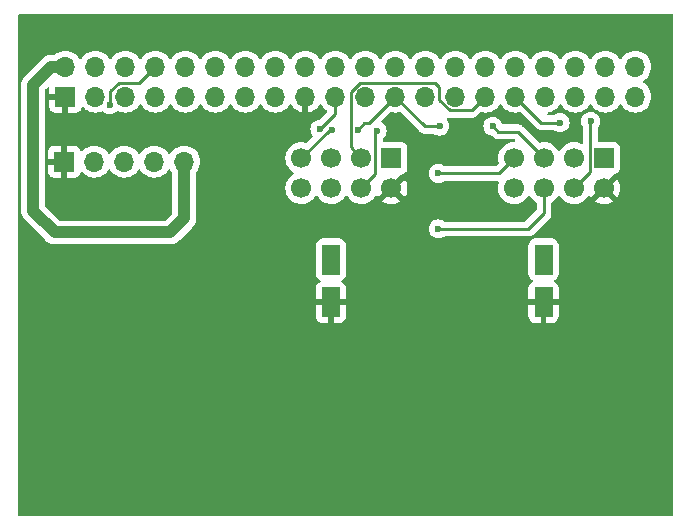
<source format=gbr>
%TF.GenerationSoftware,KiCad,Pcbnew,8.0.2-1*%
%TF.CreationDate,2024-05-21T18:09:58-07:00*%
%TF.ProjectId,pcb,7063622e-6b69-4636-9164-5f7063625858,rev?*%
%TF.SameCoordinates,Original*%
%TF.FileFunction,Copper,L1,Top*%
%TF.FilePolarity,Positive*%
%FSLAX46Y46*%
G04 Gerber Fmt 4.6, Leading zero omitted, Abs format (unit mm)*
G04 Created by KiCad (PCBNEW 8.0.2-1) date 2024-05-21 18:09:58*
%MOMM*%
%LPD*%
G01*
G04 APERTURE LIST*
G04 Aperture macros list*
%AMRoundRect*
0 Rectangle with rounded corners*
0 $1 Rounding radius*
0 $2 $3 $4 $5 $6 $7 $8 $9 X,Y pos of 4 corners*
0 Add a 4 corners polygon primitive as box body*
4,1,4,$2,$3,$4,$5,$6,$7,$8,$9,$2,$3,0*
0 Add four circle primitives for the rounded corners*
1,1,$1+$1,$2,$3*
1,1,$1+$1,$4,$5*
1,1,$1+$1,$6,$7*
1,1,$1+$1,$8,$9*
0 Add four rect primitives between the rounded corners*
20,1,$1+$1,$2,$3,$4,$5,0*
20,1,$1+$1,$4,$5,$6,$7,0*
20,1,$1+$1,$6,$7,$8,$9,0*
20,1,$1+$1,$8,$9,$2,$3,0*%
G04 Aperture macros list end*
%TA.AperFunction,ComponentPad*%
%ADD10R,1.700000X1.700000*%
%TD*%
%TA.AperFunction,ComponentPad*%
%ADD11C,1.700000*%
%TD*%
%TA.AperFunction,ComponentPad*%
%ADD12O,1.700000X1.700000*%
%TD*%
%TA.AperFunction,SMDPad,CuDef*%
%ADD13RoundRect,0.250000X0.550000X-1.050000X0.550000X1.050000X-0.550000X1.050000X-0.550000X-1.050000X0*%
%TD*%
%TA.AperFunction,ViaPad*%
%ADD14C,0.600000*%
%TD*%
%TA.AperFunction,Conductor*%
%ADD15C,0.250000*%
%TD*%
%TA.AperFunction,Conductor*%
%ADD16C,1.000000*%
%TD*%
G04 APERTURE END LIST*
D10*
%TO.P,U2,1,GND*%
%TO.N,GND*%
X139625000Y-68210500D03*
D11*
%TO.P,U2,2,VCC*%
%TO.N,+3V3*%
X139625000Y-70750500D03*
%TO.P,U2,3,CE*%
%TO.N,Net-(J1-GCLK2{slash}GPIO6)*%
X137085000Y-68210500D03*
%TO.P,U2,4,~{CSN}*%
%TO.N,Net-(J1-~{CE1}{slash}GPIO7)*%
X137085000Y-70750500D03*
%TO.P,U2,5,SCK*%
%TO.N,Net-(J1-SCLK0{slash}GPIO11)*%
X134545000Y-68210500D03*
%TO.P,U2,6,MOSI*%
%TO.N,Net-(J1-MOSI0{slash}GPIO10)*%
X134545000Y-70750500D03*
%TO.P,U2,7,MISO*%
%TO.N,Net-(J1-MISO0{slash}GPIO9)*%
X132005000Y-68210500D03*
%TO.P,U2,8,IRQ*%
%TO.N,unconnected-(U2-IRQ-Pad8)*%
X132005000Y-70750500D03*
%TD*%
D10*
%TO.P,J2,1,3V3*%
%TO.N,+3V3*%
X93920000Y-68500000D03*
D12*
%TO.P,J2,2,TX*%
%TO.N,Net-(J1-GPIO14{slash}TXD)*%
X96460000Y-68500000D03*
%TO.P,J2,3,RX*%
%TO.N,Net-(J1-GPIO15{slash}RXD)*%
X99000000Y-68500000D03*
%TO.P,J2,4,GND*%
%TO.N,GND*%
X101540000Y-68500000D03*
%TO.P,J2,5,5V*%
%TO.N,+5V*%
X104080000Y-68500000D03*
%TD*%
D10*
%TO.P,U1,1,GND*%
%TO.N,GND*%
X121625000Y-68210500D03*
D11*
%TO.P,U1,2,VCC*%
%TO.N,+3V3*%
X121625000Y-70750500D03*
%TO.P,U1,3,CE*%
%TO.N,Net-(J1-GCLK1{slash}GPIO5)*%
X119085000Y-68210500D03*
%TO.P,U1,4,~{CSN}*%
%TO.N,Net-(J1-~{CE0}{slash}GPIO8)*%
X119085000Y-70750500D03*
%TO.P,U1,5,SCK*%
%TO.N,Net-(J1-SCLK0{slash}GPIO11)*%
X116545000Y-68210500D03*
%TO.P,U1,6,MOSI*%
%TO.N,Net-(J1-MOSI0{slash}GPIO10)*%
X116545000Y-70750500D03*
%TO.P,U1,7,MISO*%
%TO.N,Net-(J1-MISO0{slash}GPIO9)*%
X114005000Y-68210500D03*
%TO.P,U1,8,IRQ*%
%TO.N,unconnected-(U1-IRQ-Pad8)*%
X114005000Y-70750500D03*
%TD*%
D13*
%TO.P,C2,1*%
%TO.N,+3V3*%
X134500000Y-80400000D03*
%TO.P,C2,2*%
%TO.N,GND*%
X134500000Y-76800000D03*
%TD*%
%TO.P,C1,1*%
%TO.N,+3V3*%
X116500000Y-80400000D03*
%TO.P,C1,2*%
%TO.N,GND*%
X116500000Y-76800000D03*
%TD*%
D10*
%TO.P,J1,1,3V3*%
%TO.N,+3V3*%
X94020000Y-63000000D03*
D12*
%TO.P,J1,2,5V*%
%TO.N,+5V*%
X94020000Y-60460000D03*
%TO.P,J1,3,SDA/GPIO2*%
%TO.N,unconnected-(J1-SDA{slash}GPIO2-Pad3)*%
X96560000Y-63000000D03*
%TO.P,J1,4,5V*%
%TO.N,+5V*%
X96560000Y-60460000D03*
%TO.P,J1,5,SCL/GPIO3*%
%TO.N,unconnected-(J1-SCL{slash}GPIO3-Pad5)*%
X99100000Y-63000000D03*
%TO.P,J1,6,GND*%
%TO.N,GND*%
X99100000Y-60460000D03*
%TO.P,J1,7,GCLK0/GPIO4*%
%TO.N,unconnected-(J1-GCLK0{slash}GPIO4-Pad7)*%
X101640000Y-63000000D03*
%TO.P,J1,8,GPIO14/TXD*%
%TO.N,Net-(J1-GPIO14{slash}TXD)*%
X101640000Y-60460000D03*
%TO.P,J1,9,GND*%
%TO.N,GND*%
X104180000Y-63000000D03*
%TO.P,J1,10,GPIO15/RXD*%
%TO.N,Net-(J1-GPIO15{slash}RXD)*%
X104180000Y-60460000D03*
%TO.P,J1,11,GPIO17*%
%TO.N,unconnected-(J1-GPIO17-Pad11)*%
X106720000Y-63000000D03*
%TO.P,J1,12,GPIO18/PWM0*%
%TO.N,unconnected-(J1-GPIO18{slash}PWM0-Pad12)*%
X106720000Y-60460000D03*
%TO.P,J1,13,GPIO27*%
%TO.N,unconnected-(J1-GPIO27-Pad13)*%
X109260000Y-63000000D03*
%TO.P,J1,14,GND*%
%TO.N,GND*%
X109260000Y-60460000D03*
%TO.P,J1,15,GPIO22*%
%TO.N,unconnected-(J1-GPIO22-Pad15)*%
X111800000Y-63000000D03*
%TO.P,J1,16,GPIO23*%
%TO.N,unconnected-(J1-GPIO23-Pad16)*%
X111800000Y-60460000D03*
%TO.P,J1,17,3V3*%
%TO.N,+3V3*%
X114340000Y-63000000D03*
%TO.P,J1,18,GPIO24*%
%TO.N,unconnected-(J1-GPIO24-Pad18)*%
X114340000Y-60460000D03*
%TO.P,J1,19,MOSI0/GPIO10*%
%TO.N,Net-(J1-MOSI0{slash}GPIO10)*%
X116880000Y-63000000D03*
%TO.P,J1,20,GND*%
%TO.N,GND*%
X116880000Y-60460000D03*
%TO.P,J1,21,MISO0/GPIO9*%
%TO.N,Net-(J1-MISO0{slash}GPIO9)*%
X119420000Y-63000000D03*
%TO.P,J1,22,GPIO25*%
%TO.N,unconnected-(J1-GPIO25-Pad22)*%
X119420000Y-60460000D03*
%TO.P,J1,23,SCLK0/GPIO11*%
%TO.N,Net-(J1-SCLK0{slash}GPIO11)*%
X121960000Y-63000000D03*
%TO.P,J1,24,~{CE0}/GPIO8*%
%TO.N,Net-(J1-~{CE0}{slash}GPIO8)*%
X121960000Y-60460000D03*
%TO.P,J1,25,GND*%
%TO.N,GND*%
X124500000Y-63000000D03*
%TO.P,J1,26,~{CE1}/GPIO7*%
%TO.N,Net-(J1-~{CE1}{slash}GPIO7)*%
X124500000Y-60460000D03*
%TO.P,J1,27,ID_SD/GPIO0*%
%TO.N,unconnected-(J1-ID_SD{slash}GPIO0-Pad27)*%
X127040000Y-63000000D03*
%TO.P,J1,28,ID_SC/GPIO1*%
%TO.N,unconnected-(J1-ID_SC{slash}GPIO1-Pad28)*%
X127040000Y-60460000D03*
%TO.P,J1,29,GCLK1/GPIO5*%
%TO.N,Net-(J1-GCLK1{slash}GPIO5)*%
X129580000Y-63000000D03*
%TO.P,J1,30,GND*%
%TO.N,GND*%
X129580000Y-60460000D03*
%TO.P,J1,31,GCLK2/GPIO6*%
%TO.N,Net-(J1-GCLK2{slash}GPIO6)*%
X132120000Y-63000000D03*
%TO.P,J1,32,PWM0/GPIO12*%
%TO.N,unconnected-(J1-PWM0{slash}GPIO12-Pad32)*%
X132120000Y-60460000D03*
%TO.P,J1,33,PWM1/GPIO13*%
%TO.N,unconnected-(J1-PWM1{slash}GPIO13-Pad33)*%
X134660000Y-63000000D03*
%TO.P,J1,34,GND*%
%TO.N,GND*%
X134660000Y-60460000D03*
%TO.P,J1,35,GPIO19/MISO1*%
%TO.N,unconnected-(J1-GPIO19{slash}MISO1-Pad35)*%
X137200000Y-63000000D03*
%TO.P,J1,36,GPIO16*%
%TO.N,unconnected-(J1-GPIO16-Pad36)*%
X137200000Y-60460000D03*
%TO.P,J1,37,GPIO26*%
%TO.N,unconnected-(J1-GPIO26-Pad37)*%
X139740000Y-63000000D03*
%TO.P,J1,38,GPIO20/MOSI1*%
%TO.N,unconnected-(J1-GPIO20{slash}MOSI1-Pad38)*%
X139740000Y-60460000D03*
%TO.P,J1,39,GND*%
%TO.N,GND*%
X142280000Y-63000000D03*
%TO.P,J1,40,GPIO21/SCLK1*%
%TO.N,unconnected-(J1-GPIO21{slash}SCLK1-Pad40)*%
X142280000Y-60460000D03*
%TD*%
D14*
%TO.N,GND*%
X134600000Y-76800000D03*
X116600000Y-76800000D03*
%TO.N,Net-(J1-GPIO14{slash}TXD)*%
X97800000Y-63700000D03*
%TO.N,Net-(J1-GCLK2{slash}GPIO6)*%
X135900000Y-65200000D03*
%TO.N,Net-(J1-~{CE1}{slash}GPIO7)*%
X138500000Y-65100000D03*
%TO.N,Net-(J1-~{CE0}{slash}GPIO8)*%
X120400000Y-65900000D03*
%TO.N,Net-(J1-MOSI0{slash}GPIO10)*%
X115565808Y-65765808D03*
X125600000Y-74200000D03*
%TO.N,Net-(J1-SCLK0{slash}GPIO11)*%
X118800000Y-65800000D03*
X125700000Y-65500000D03*
X130205000Y-65500000D03*
%TO.N,Net-(J1-MISO0{slash}GPIO9)*%
X116600000Y-65800000D03*
X125600000Y-69500000D03*
%TD*%
D15*
%TO.N,Net-(J1-GPIO14{slash}TXD)*%
X97800000Y-63700000D02*
X97811101Y-63588899D01*
X101640000Y-60460000D02*
X100275000Y-61825000D01*
X97811101Y-62561077D02*
X97800000Y-63700000D01*
X100275000Y-61825000D02*
X98547178Y-61825000D01*
X98547178Y-61825000D02*
X97811101Y-62561077D01*
%TO.N,Net-(J1-GCLK2{slash}GPIO6)*%
X134320000Y-65200000D02*
X132120000Y-63000000D01*
X135900000Y-65200000D02*
X134320000Y-65200000D01*
D16*
%TO.N,+5V*%
X91300000Y-72700000D02*
X93100000Y-74500000D01*
X102900000Y-74500000D02*
X104080000Y-73320000D01*
X91300000Y-61977919D02*
X91300000Y-72700000D01*
X104080000Y-73320000D02*
X104080000Y-68500000D01*
X94020000Y-60460000D02*
X92817919Y-60460000D01*
X93100000Y-74500000D02*
X102900000Y-74500000D01*
X92817919Y-60460000D02*
X91300000Y-61977919D01*
D15*
%TO.N,Net-(J1-~{CE1}{slash}GPIO7)*%
X138500000Y-65100000D02*
X138450000Y-65150000D01*
X138450000Y-65150000D02*
X138450000Y-69385500D01*
X138450000Y-69385500D02*
X137085000Y-70750500D01*
%TO.N,Net-(J1-~{CE0}{slash}GPIO8)*%
X120260000Y-69575500D02*
X120260000Y-66040000D01*
X120260000Y-66040000D02*
X120400000Y-65900000D01*
X119085000Y-70750500D02*
X120260000Y-69575500D01*
%TO.N,Net-(J1-GCLK1{slash}GPIO5)*%
X126553299Y-64175000D02*
X125675000Y-63296701D01*
X125675000Y-63296701D02*
X125675000Y-62175000D01*
X129580000Y-63000000D02*
X128405000Y-64175000D01*
X118933299Y-61825000D02*
X118175000Y-62583299D01*
X118175000Y-62583299D02*
X118175000Y-67300500D01*
X128405000Y-64175000D02*
X126553299Y-64175000D01*
X125325000Y-61825000D02*
X118933299Y-61825000D01*
X118175000Y-67300500D02*
X119085000Y-68210500D01*
X125675000Y-62175000D02*
X125325000Y-61825000D01*
%TO.N,Net-(J1-MOSI0{slash}GPIO10)*%
X125600000Y-74200000D02*
X133200000Y-74200000D01*
X116880000Y-63000000D02*
X116880000Y-64451616D01*
X134545000Y-72855000D02*
X134545000Y-70750500D01*
X133200000Y-74200000D02*
X134545000Y-72855000D01*
X116880000Y-64451616D02*
X115565808Y-65765808D01*
%TO.N,Net-(J1-SCLK0{slash}GPIO11)*%
X119685000Y-65275000D02*
X121960000Y-63000000D01*
X130670500Y-65965500D02*
X132300000Y-65965500D01*
X130205000Y-65500000D02*
X130670500Y-65965500D01*
X118800000Y-65800000D02*
X119325000Y-65275000D01*
X132300000Y-65965500D02*
X134545000Y-68210500D01*
X119325000Y-65275000D02*
X119685000Y-65275000D01*
X124460000Y-65500000D02*
X125700000Y-65500000D01*
X121960000Y-63000000D02*
X124460000Y-65500000D01*
%TO.N,Net-(J1-MISO0{slash}GPIO9)*%
X125600000Y-69500000D02*
X130715500Y-69500000D01*
X130715500Y-69500000D02*
X132005000Y-68210500D01*
X114005000Y-68210500D02*
X116415500Y-65800000D01*
X116415500Y-65800000D02*
X116600000Y-65800000D01*
%TD*%
%TA.AperFunction,Conductor*%
%TO.N,+3V3*%
G36*
X145442539Y-56020185D02*
G01*
X145488294Y-56072989D01*
X145499500Y-56124500D01*
X145499500Y-98375500D01*
X145479815Y-98442539D01*
X145427011Y-98488294D01*
X145375500Y-98499500D01*
X90124500Y-98499500D01*
X90057461Y-98479815D01*
X90011706Y-98427011D01*
X90000500Y-98375500D01*
X90000500Y-81499986D01*
X115200001Y-81499986D01*
X115210494Y-81602697D01*
X115265641Y-81769119D01*
X115265643Y-81769124D01*
X115357684Y-81918345D01*
X115481654Y-82042315D01*
X115630875Y-82134356D01*
X115630880Y-82134358D01*
X115797302Y-82189505D01*
X115797309Y-82189506D01*
X115900019Y-82199999D01*
X116249999Y-82199999D01*
X116750000Y-82199999D01*
X117099972Y-82199999D01*
X117099986Y-82199998D01*
X117202697Y-82189505D01*
X117369119Y-82134358D01*
X117369124Y-82134356D01*
X117518345Y-82042315D01*
X117642315Y-81918345D01*
X117734356Y-81769124D01*
X117734358Y-81769119D01*
X117789505Y-81602697D01*
X117789506Y-81602690D01*
X117799999Y-81499986D01*
X133200001Y-81499986D01*
X133210494Y-81602697D01*
X133265641Y-81769119D01*
X133265643Y-81769124D01*
X133357684Y-81918345D01*
X133481654Y-82042315D01*
X133630875Y-82134356D01*
X133630880Y-82134358D01*
X133797302Y-82189505D01*
X133797309Y-82189506D01*
X133900019Y-82199999D01*
X134249999Y-82199999D01*
X134750000Y-82199999D01*
X135099972Y-82199999D01*
X135099986Y-82199998D01*
X135202697Y-82189505D01*
X135369119Y-82134358D01*
X135369124Y-82134356D01*
X135518345Y-82042315D01*
X135642315Y-81918345D01*
X135734356Y-81769124D01*
X135734358Y-81769119D01*
X135789505Y-81602697D01*
X135789506Y-81602690D01*
X135799999Y-81499986D01*
X135800000Y-81499973D01*
X135800000Y-80650000D01*
X134750000Y-80650000D01*
X134750000Y-82199999D01*
X134249999Y-82199999D01*
X134250000Y-82199998D01*
X134250000Y-80650000D01*
X133200001Y-80650000D01*
X133200001Y-81499986D01*
X117799999Y-81499986D01*
X117800000Y-81499973D01*
X117800000Y-80650000D01*
X116750000Y-80650000D01*
X116750000Y-82199999D01*
X116249999Y-82199999D01*
X116250000Y-82199998D01*
X116250000Y-80650000D01*
X115200001Y-80650000D01*
X115200001Y-81499986D01*
X90000500Y-81499986D01*
X90000500Y-75699983D01*
X115199500Y-75699983D01*
X115199500Y-77900001D01*
X115199501Y-77900018D01*
X115210000Y-78002796D01*
X115210001Y-78002799D01*
X115265185Y-78169331D01*
X115265187Y-78169336D01*
X115357289Y-78318657D01*
X115481344Y-78442712D01*
X115565718Y-78494754D01*
X115612443Y-78546702D01*
X115623666Y-78615664D01*
X115595822Y-78679747D01*
X115565720Y-78705831D01*
X115481656Y-78757682D01*
X115357684Y-78881654D01*
X115265643Y-79030875D01*
X115265641Y-79030880D01*
X115210494Y-79197302D01*
X115210493Y-79197309D01*
X115200000Y-79300013D01*
X115200000Y-80150000D01*
X117799999Y-80150000D01*
X117799999Y-79300028D01*
X117799998Y-79300013D01*
X117789505Y-79197302D01*
X117734358Y-79030880D01*
X117734356Y-79030875D01*
X117642315Y-78881654D01*
X117518344Y-78757683D01*
X117518340Y-78757680D01*
X117434280Y-78705831D01*
X117387555Y-78653883D01*
X117376334Y-78584921D01*
X117404177Y-78520839D01*
X117434278Y-78494756D01*
X117518656Y-78442712D01*
X117642712Y-78318656D01*
X117734814Y-78169334D01*
X117789999Y-78002797D01*
X117800500Y-77900009D01*
X117800499Y-75699992D01*
X117800498Y-75699983D01*
X133199500Y-75699983D01*
X133199500Y-77900001D01*
X133199501Y-77900018D01*
X133210000Y-78002796D01*
X133210001Y-78002799D01*
X133265185Y-78169331D01*
X133265187Y-78169336D01*
X133357289Y-78318657D01*
X133481344Y-78442712D01*
X133565718Y-78494754D01*
X133612443Y-78546702D01*
X133623666Y-78615664D01*
X133595822Y-78679747D01*
X133565720Y-78705831D01*
X133481656Y-78757682D01*
X133357684Y-78881654D01*
X133265643Y-79030875D01*
X133265641Y-79030880D01*
X133210494Y-79197302D01*
X133210493Y-79197309D01*
X133200000Y-79300013D01*
X133200000Y-80150000D01*
X135799999Y-80150000D01*
X135799999Y-79300028D01*
X135799998Y-79300013D01*
X135789505Y-79197302D01*
X135734358Y-79030880D01*
X135734356Y-79030875D01*
X135642315Y-78881654D01*
X135518344Y-78757683D01*
X135518340Y-78757680D01*
X135434280Y-78705831D01*
X135387555Y-78653883D01*
X135376334Y-78584921D01*
X135404177Y-78520839D01*
X135434278Y-78494756D01*
X135518656Y-78442712D01*
X135642712Y-78318656D01*
X135734814Y-78169334D01*
X135789999Y-78002797D01*
X135800500Y-77900009D01*
X135800499Y-75699992D01*
X135789999Y-75597203D01*
X135734814Y-75430666D01*
X135642712Y-75281344D01*
X135518656Y-75157288D01*
X135369334Y-75065186D01*
X135202797Y-75010001D01*
X135202795Y-75010000D01*
X135100010Y-74999500D01*
X133899998Y-74999500D01*
X133899981Y-74999501D01*
X133797203Y-75010000D01*
X133797200Y-75010001D01*
X133630668Y-75065185D01*
X133630663Y-75065187D01*
X133481342Y-75157289D01*
X133357289Y-75281342D01*
X133265187Y-75430663D01*
X133265185Y-75430668D01*
X133248416Y-75481273D01*
X133210001Y-75597203D01*
X133210001Y-75597204D01*
X133210000Y-75597204D01*
X133199500Y-75699983D01*
X117800498Y-75699983D01*
X117789999Y-75597203D01*
X117734814Y-75430666D01*
X117642712Y-75281344D01*
X117518656Y-75157288D01*
X117369334Y-75065186D01*
X117202797Y-75010001D01*
X117202795Y-75010000D01*
X117100010Y-74999500D01*
X115899998Y-74999500D01*
X115899981Y-74999501D01*
X115797203Y-75010000D01*
X115797200Y-75010001D01*
X115630668Y-75065185D01*
X115630663Y-75065187D01*
X115481342Y-75157289D01*
X115357289Y-75281342D01*
X115265187Y-75430663D01*
X115265185Y-75430668D01*
X115248416Y-75481273D01*
X115210001Y-75597203D01*
X115210001Y-75597204D01*
X115210000Y-75597204D01*
X115199500Y-75699983D01*
X90000500Y-75699983D01*
X90000500Y-72798543D01*
X90299499Y-72798543D01*
X90337947Y-72991829D01*
X90337950Y-72991839D01*
X90413364Y-73173907D01*
X90413371Y-73173920D01*
X90522859Y-73337780D01*
X90522860Y-73337781D01*
X90522861Y-73337782D01*
X90662218Y-73477139D01*
X90662219Y-73477139D01*
X90669286Y-73484206D01*
X90669285Y-73484206D01*
X90669288Y-73484208D01*
X92322860Y-75137781D01*
X92322861Y-75137782D01*
X92462218Y-75277139D01*
X92462219Y-75277140D01*
X92626079Y-75386628D01*
X92626092Y-75386635D01*
X92732393Y-75430666D01*
X92732394Y-75430666D01*
X92808164Y-75462051D01*
X93001454Y-75500499D01*
X93001457Y-75500500D01*
X93001459Y-75500500D01*
X102998542Y-75500500D01*
X103017870Y-75496655D01*
X103095188Y-75481275D01*
X103191836Y-75462051D01*
X103245165Y-75439961D01*
X103373914Y-75386632D01*
X103537782Y-75277139D01*
X103677139Y-75137782D01*
X103677140Y-75137779D01*
X103684206Y-75130714D01*
X103684209Y-75130710D01*
X104717778Y-74097141D01*
X104717782Y-74097139D01*
X104857139Y-73957782D01*
X104966632Y-73793914D01*
X105042051Y-73611835D01*
X105049478Y-73574500D01*
X105050337Y-73570184D01*
X105080499Y-73418544D01*
X105080500Y-73418541D01*
X105080500Y-69460758D01*
X105100185Y-69393719D01*
X105116819Y-69373077D01*
X105118495Y-69371401D01*
X105254035Y-69177830D01*
X105353903Y-68963663D01*
X105415063Y-68735408D01*
X105435659Y-68500000D01*
X105415063Y-68264592D01*
X105353903Y-68036337D01*
X105254035Y-67822171D01*
X105248425Y-67814158D01*
X105118494Y-67628597D01*
X104951402Y-67461506D01*
X104951395Y-67461501D01*
X104757834Y-67325967D01*
X104757830Y-67325965D01*
X104729218Y-67312623D01*
X104543663Y-67226097D01*
X104543659Y-67226096D01*
X104543655Y-67226094D01*
X104315413Y-67164938D01*
X104315403Y-67164936D01*
X104080001Y-67144341D01*
X104079999Y-67144341D01*
X103844596Y-67164936D01*
X103844586Y-67164938D01*
X103616344Y-67226094D01*
X103616335Y-67226098D01*
X103402171Y-67325964D01*
X103402169Y-67325965D01*
X103208597Y-67461505D01*
X103041505Y-67628597D01*
X102911575Y-67814158D01*
X102856998Y-67857783D01*
X102787500Y-67864977D01*
X102725145Y-67833454D01*
X102708425Y-67814158D01*
X102578494Y-67628597D01*
X102411402Y-67461506D01*
X102411395Y-67461501D01*
X102217834Y-67325967D01*
X102217830Y-67325965D01*
X102189218Y-67312623D01*
X102003663Y-67226097D01*
X102003659Y-67226096D01*
X102003655Y-67226094D01*
X101775413Y-67164938D01*
X101775403Y-67164936D01*
X101540001Y-67144341D01*
X101539999Y-67144341D01*
X101304596Y-67164936D01*
X101304586Y-67164938D01*
X101076344Y-67226094D01*
X101076335Y-67226098D01*
X100862171Y-67325964D01*
X100862169Y-67325965D01*
X100668597Y-67461505D01*
X100501505Y-67628597D01*
X100371575Y-67814158D01*
X100316998Y-67857783D01*
X100247500Y-67864977D01*
X100185145Y-67833454D01*
X100168425Y-67814158D01*
X100038494Y-67628597D01*
X99871402Y-67461506D01*
X99871395Y-67461501D01*
X99677834Y-67325967D01*
X99677830Y-67325965D01*
X99649218Y-67312623D01*
X99463663Y-67226097D01*
X99463659Y-67226096D01*
X99463655Y-67226094D01*
X99235413Y-67164938D01*
X99235403Y-67164936D01*
X99000001Y-67144341D01*
X98999999Y-67144341D01*
X98764596Y-67164936D01*
X98764586Y-67164938D01*
X98536344Y-67226094D01*
X98536335Y-67226098D01*
X98322171Y-67325964D01*
X98322169Y-67325965D01*
X98128597Y-67461505D01*
X97961505Y-67628597D01*
X97831575Y-67814158D01*
X97776998Y-67857783D01*
X97707500Y-67864977D01*
X97645145Y-67833454D01*
X97628425Y-67814158D01*
X97498494Y-67628597D01*
X97331402Y-67461506D01*
X97331395Y-67461501D01*
X97137834Y-67325967D01*
X97137830Y-67325965D01*
X97109218Y-67312623D01*
X96923663Y-67226097D01*
X96923659Y-67226096D01*
X96923655Y-67226094D01*
X96695413Y-67164938D01*
X96695403Y-67164936D01*
X96460001Y-67144341D01*
X96459999Y-67144341D01*
X96224596Y-67164936D01*
X96224586Y-67164938D01*
X95996344Y-67226094D01*
X95996335Y-67226098D01*
X95782171Y-67325964D01*
X95782169Y-67325965D01*
X95588600Y-67461503D01*
X95466284Y-67583819D01*
X95404961Y-67617303D01*
X95335269Y-67612319D01*
X95279336Y-67570447D01*
X95262421Y-67539470D01*
X95213354Y-67407913D01*
X95213350Y-67407906D01*
X95127190Y-67292812D01*
X95127187Y-67292809D01*
X95012093Y-67206649D01*
X95012086Y-67206645D01*
X94877379Y-67156403D01*
X94877372Y-67156401D01*
X94817844Y-67150000D01*
X94170000Y-67150000D01*
X94170000Y-68066988D01*
X94112993Y-68034075D01*
X93985826Y-68000000D01*
X93854174Y-68000000D01*
X93727007Y-68034075D01*
X93670000Y-68066988D01*
X93670000Y-67150000D01*
X93022155Y-67150000D01*
X92962627Y-67156401D01*
X92962620Y-67156403D01*
X92827913Y-67206645D01*
X92827906Y-67206649D01*
X92712812Y-67292809D01*
X92712809Y-67292812D01*
X92626649Y-67407906D01*
X92626645Y-67407913D01*
X92576403Y-67542620D01*
X92576401Y-67542627D01*
X92570000Y-67602155D01*
X92570000Y-68250000D01*
X93486988Y-68250000D01*
X93454075Y-68307007D01*
X93420000Y-68434174D01*
X93420000Y-68565826D01*
X93454075Y-68692993D01*
X93486988Y-68750000D01*
X92570000Y-68750000D01*
X92570000Y-69397844D01*
X92576401Y-69457372D01*
X92576403Y-69457379D01*
X92626645Y-69592086D01*
X92626649Y-69592093D01*
X92712809Y-69707187D01*
X92712812Y-69707190D01*
X92827906Y-69793350D01*
X92827913Y-69793354D01*
X92962620Y-69843596D01*
X92962627Y-69843598D01*
X93022155Y-69849999D01*
X93022172Y-69850000D01*
X93670000Y-69850000D01*
X93670000Y-68933012D01*
X93727007Y-68965925D01*
X93854174Y-69000000D01*
X93985826Y-69000000D01*
X94112993Y-68965925D01*
X94170000Y-68933012D01*
X94170000Y-69850000D01*
X94817828Y-69850000D01*
X94817844Y-69849999D01*
X94877372Y-69843598D01*
X94877379Y-69843596D01*
X95012086Y-69793354D01*
X95012093Y-69793350D01*
X95127187Y-69707190D01*
X95127190Y-69707187D01*
X95213350Y-69592093D01*
X95213354Y-69592086D01*
X95262422Y-69460529D01*
X95304293Y-69404595D01*
X95369757Y-69380178D01*
X95438030Y-69395030D01*
X95466285Y-69416181D01*
X95588599Y-69538495D01*
X95626959Y-69565355D01*
X95782165Y-69674032D01*
X95782167Y-69674033D01*
X95782170Y-69674035D01*
X95996337Y-69773903D01*
X95996343Y-69773904D01*
X95996344Y-69773905D01*
X96051285Y-69788626D01*
X96224592Y-69835063D01*
X96395319Y-69850000D01*
X96459999Y-69855659D01*
X96460000Y-69855659D01*
X96460001Y-69855659D01*
X96524681Y-69850000D01*
X96695408Y-69835063D01*
X96923663Y-69773903D01*
X97137830Y-69674035D01*
X97331401Y-69538495D01*
X97498495Y-69371401D01*
X97628425Y-69185842D01*
X97683002Y-69142217D01*
X97752500Y-69135023D01*
X97814855Y-69166546D01*
X97831575Y-69185842D01*
X97961500Y-69371395D01*
X97961505Y-69371401D01*
X98128599Y-69538495D01*
X98166959Y-69565355D01*
X98322165Y-69674032D01*
X98322167Y-69674033D01*
X98322170Y-69674035D01*
X98536337Y-69773903D01*
X98536343Y-69773904D01*
X98536344Y-69773905D01*
X98591285Y-69788626D01*
X98764592Y-69835063D01*
X98935319Y-69850000D01*
X98999999Y-69855659D01*
X99000000Y-69855659D01*
X99000001Y-69855659D01*
X99064681Y-69850000D01*
X99235408Y-69835063D01*
X99463663Y-69773903D01*
X99677830Y-69674035D01*
X99871401Y-69538495D01*
X100038495Y-69371401D01*
X100168425Y-69185842D01*
X100223002Y-69142217D01*
X100292500Y-69135023D01*
X100354855Y-69166546D01*
X100371575Y-69185842D01*
X100501500Y-69371395D01*
X100501505Y-69371401D01*
X100668599Y-69538495D01*
X100706959Y-69565355D01*
X100862165Y-69674032D01*
X100862167Y-69674033D01*
X100862170Y-69674035D01*
X101076337Y-69773903D01*
X101076343Y-69773904D01*
X101076344Y-69773905D01*
X101131285Y-69788626D01*
X101304592Y-69835063D01*
X101475319Y-69850000D01*
X101539999Y-69855659D01*
X101540000Y-69855659D01*
X101540001Y-69855659D01*
X101604681Y-69850000D01*
X101775408Y-69835063D01*
X102003663Y-69773903D01*
X102217830Y-69674035D01*
X102411401Y-69538495D01*
X102578495Y-69371401D01*
X102708425Y-69185842D01*
X102763002Y-69142217D01*
X102832500Y-69135023D01*
X102894855Y-69166546D01*
X102911575Y-69185842D01*
X103041501Y-69371396D01*
X103041506Y-69371402D01*
X103043181Y-69373077D01*
X103043682Y-69373995D01*
X103044982Y-69375544D01*
X103044670Y-69375805D01*
X103076666Y-69434400D01*
X103079500Y-69460758D01*
X103079500Y-72854218D01*
X103059815Y-72921257D01*
X103043181Y-72941899D01*
X102521899Y-73463181D01*
X102460576Y-73496666D01*
X102434218Y-73499500D01*
X93565783Y-73499500D01*
X93498744Y-73479815D01*
X93478102Y-73463181D01*
X92336819Y-72321898D01*
X92303334Y-72260575D01*
X92300500Y-72234217D01*
X92300500Y-62443700D01*
X92320185Y-62376661D01*
X92336815Y-62356023D01*
X92458320Y-62234518D01*
X92519642Y-62201034D01*
X92589334Y-62206018D01*
X92645267Y-62247890D01*
X92669684Y-62313354D01*
X92670000Y-62322200D01*
X92670000Y-62750000D01*
X93586988Y-62750000D01*
X93554075Y-62807007D01*
X93520000Y-62934174D01*
X93520000Y-63065826D01*
X93554075Y-63192993D01*
X93586988Y-63250000D01*
X92670000Y-63250000D01*
X92670000Y-63897844D01*
X92676401Y-63957372D01*
X92676403Y-63957379D01*
X92726645Y-64092086D01*
X92726649Y-64092093D01*
X92812809Y-64207187D01*
X92812812Y-64207190D01*
X92927906Y-64293350D01*
X92927913Y-64293354D01*
X93062620Y-64343596D01*
X93062627Y-64343598D01*
X93122155Y-64349999D01*
X93122172Y-64350000D01*
X93770000Y-64350000D01*
X93770000Y-63433012D01*
X93827007Y-63465925D01*
X93954174Y-63500000D01*
X94085826Y-63500000D01*
X94212993Y-63465925D01*
X94270000Y-63433012D01*
X94270000Y-64350000D01*
X94917828Y-64350000D01*
X94917844Y-64349999D01*
X94977372Y-64343598D01*
X94977379Y-64343596D01*
X95112086Y-64293354D01*
X95112093Y-64293350D01*
X95227187Y-64207190D01*
X95227190Y-64207187D01*
X95313350Y-64092093D01*
X95313354Y-64092086D01*
X95362422Y-63960529D01*
X95404293Y-63904595D01*
X95469757Y-63880178D01*
X95538030Y-63895030D01*
X95566285Y-63916181D01*
X95688599Y-64038495D01*
X95765135Y-64092086D01*
X95882165Y-64174032D01*
X95882167Y-64174033D01*
X95882170Y-64174035D01*
X96096337Y-64273903D01*
X96096343Y-64273904D01*
X96096344Y-64273905D01*
X96151285Y-64288626D01*
X96324592Y-64335063D01*
X96495319Y-64350000D01*
X96559999Y-64355659D01*
X96560000Y-64355659D01*
X96560001Y-64355659D01*
X96624681Y-64350000D01*
X96795408Y-64335063D01*
X97023663Y-64273903D01*
X97093756Y-64241217D01*
X97162832Y-64230726D01*
X97226616Y-64259245D01*
X97233841Y-64265919D01*
X97297738Y-64329816D01*
X97339370Y-64355975D01*
X97432721Y-64414632D01*
X97450478Y-64425789D01*
X97577352Y-64470184D01*
X97620745Y-64485368D01*
X97620750Y-64485369D01*
X97799996Y-64505565D01*
X97800000Y-64505565D01*
X97800004Y-64505565D01*
X97979249Y-64485369D01*
X97979252Y-64485368D01*
X97979255Y-64485368D01*
X98149522Y-64425789D01*
X98302262Y-64329816D01*
X98385242Y-64246835D01*
X98446561Y-64213353D01*
X98516253Y-64218337D01*
X98525325Y-64222137D01*
X98547296Y-64232382D01*
X98636337Y-64273903D01*
X98636343Y-64273904D01*
X98636344Y-64273905D01*
X98691285Y-64288626D01*
X98864592Y-64335063D01*
X99035319Y-64350000D01*
X99099999Y-64355659D01*
X99100000Y-64355659D01*
X99100001Y-64355659D01*
X99164681Y-64350000D01*
X99335408Y-64335063D01*
X99563663Y-64273903D01*
X99777830Y-64174035D01*
X99971401Y-64038495D01*
X100138495Y-63871401D01*
X100268425Y-63685842D01*
X100323002Y-63642217D01*
X100392500Y-63635023D01*
X100454855Y-63666546D01*
X100471575Y-63685842D01*
X100601500Y-63871395D01*
X100601505Y-63871401D01*
X100768599Y-64038495D01*
X100845135Y-64092086D01*
X100962165Y-64174032D01*
X100962167Y-64174033D01*
X100962170Y-64174035D01*
X101176337Y-64273903D01*
X101176343Y-64273904D01*
X101176344Y-64273905D01*
X101231285Y-64288626D01*
X101404592Y-64335063D01*
X101575319Y-64350000D01*
X101639999Y-64355659D01*
X101640000Y-64355659D01*
X101640001Y-64355659D01*
X101704681Y-64350000D01*
X101875408Y-64335063D01*
X102103663Y-64273903D01*
X102317830Y-64174035D01*
X102511401Y-64038495D01*
X102678495Y-63871401D01*
X102808425Y-63685842D01*
X102863002Y-63642217D01*
X102932500Y-63635023D01*
X102994855Y-63666546D01*
X103011575Y-63685842D01*
X103141500Y-63871395D01*
X103141505Y-63871401D01*
X103308599Y-64038495D01*
X103385135Y-64092086D01*
X103502165Y-64174032D01*
X103502167Y-64174033D01*
X103502170Y-64174035D01*
X103716337Y-64273903D01*
X103716343Y-64273904D01*
X103716344Y-64273905D01*
X103771285Y-64288626D01*
X103944592Y-64335063D01*
X104115319Y-64350000D01*
X104179999Y-64355659D01*
X104180000Y-64355659D01*
X104180001Y-64355659D01*
X104244681Y-64350000D01*
X104415408Y-64335063D01*
X104643663Y-64273903D01*
X104857830Y-64174035D01*
X105051401Y-64038495D01*
X105218495Y-63871401D01*
X105348425Y-63685842D01*
X105403002Y-63642217D01*
X105472500Y-63635023D01*
X105534855Y-63666546D01*
X105551575Y-63685842D01*
X105681500Y-63871395D01*
X105681505Y-63871401D01*
X105848599Y-64038495D01*
X105925135Y-64092086D01*
X106042165Y-64174032D01*
X106042167Y-64174033D01*
X106042170Y-64174035D01*
X106256337Y-64273903D01*
X106256343Y-64273904D01*
X106256344Y-64273905D01*
X106311285Y-64288626D01*
X106484592Y-64335063D01*
X106655319Y-64350000D01*
X106719999Y-64355659D01*
X106720000Y-64355659D01*
X106720001Y-64355659D01*
X106784681Y-64350000D01*
X106955408Y-64335063D01*
X107183663Y-64273903D01*
X107397830Y-64174035D01*
X107591401Y-64038495D01*
X107758495Y-63871401D01*
X107888425Y-63685842D01*
X107943002Y-63642217D01*
X108012500Y-63635023D01*
X108074855Y-63666546D01*
X108091575Y-63685842D01*
X108221500Y-63871395D01*
X108221505Y-63871401D01*
X108388599Y-64038495D01*
X108465135Y-64092086D01*
X108582165Y-64174032D01*
X108582167Y-64174033D01*
X108582170Y-64174035D01*
X108796337Y-64273903D01*
X108796343Y-64273904D01*
X108796344Y-64273905D01*
X108851285Y-64288626D01*
X109024592Y-64335063D01*
X109195319Y-64350000D01*
X109259999Y-64355659D01*
X109260000Y-64355659D01*
X109260001Y-64355659D01*
X109324681Y-64350000D01*
X109495408Y-64335063D01*
X109723663Y-64273903D01*
X109937830Y-64174035D01*
X110131401Y-64038495D01*
X110298495Y-63871401D01*
X110428425Y-63685842D01*
X110483002Y-63642217D01*
X110552500Y-63635023D01*
X110614855Y-63666546D01*
X110631575Y-63685842D01*
X110761500Y-63871395D01*
X110761505Y-63871401D01*
X110928599Y-64038495D01*
X111005135Y-64092086D01*
X111122165Y-64174032D01*
X111122167Y-64174033D01*
X111122170Y-64174035D01*
X111336337Y-64273903D01*
X111336343Y-64273904D01*
X111336344Y-64273905D01*
X111391285Y-64288626D01*
X111564592Y-64335063D01*
X111735319Y-64350000D01*
X111799999Y-64355659D01*
X111800000Y-64355659D01*
X111800001Y-64355659D01*
X111864681Y-64350000D01*
X112035408Y-64335063D01*
X112263663Y-64273903D01*
X112477830Y-64174035D01*
X112671401Y-64038495D01*
X112838495Y-63871401D01*
X112968730Y-63685405D01*
X113023307Y-63641781D01*
X113092805Y-63634587D01*
X113155160Y-63666110D01*
X113171879Y-63685405D01*
X113301890Y-63871078D01*
X113468917Y-64038105D01*
X113662421Y-64173600D01*
X113876507Y-64273429D01*
X113876516Y-64273433D01*
X114090000Y-64330634D01*
X114090000Y-63433012D01*
X114147007Y-63465925D01*
X114274174Y-63500000D01*
X114405826Y-63500000D01*
X114532993Y-63465925D01*
X114590000Y-63433012D01*
X114590000Y-64330633D01*
X114803483Y-64273433D01*
X114803492Y-64273429D01*
X115017578Y-64173600D01*
X115211082Y-64038105D01*
X115378105Y-63871082D01*
X115508119Y-63685405D01*
X115562696Y-63641781D01*
X115632195Y-63634588D01*
X115694549Y-63666110D01*
X115711269Y-63685405D01*
X115841505Y-63871401D01*
X115841506Y-63871402D01*
X116008597Y-64038493D01*
X116008603Y-64038498D01*
X116122771Y-64118439D01*
X116166396Y-64173016D01*
X116173590Y-64242514D01*
X116142067Y-64304869D01*
X116139329Y-64307695D01*
X115507429Y-64939595D01*
X115446106Y-64973080D01*
X115433633Y-64975134D01*
X115386558Y-64980438D01*
X115216286Y-65040018D01*
X115063545Y-65135992D01*
X114935992Y-65263545D01*
X114840019Y-65416284D01*
X114780439Y-65586553D01*
X114780438Y-65586558D01*
X114760243Y-65765804D01*
X114760243Y-65765811D01*
X114780438Y-65945057D01*
X114780439Y-65945062D01*
X114840019Y-66115331D01*
X114932329Y-66262240D01*
X114951329Y-66329476D01*
X114930961Y-66396312D01*
X114915016Y-66415893D01*
X114460646Y-66870262D01*
X114399323Y-66903747D01*
X114340872Y-66902356D01*
X114240413Y-66875438D01*
X114240403Y-66875436D01*
X114005001Y-66854841D01*
X114004999Y-66854841D01*
X113769596Y-66875436D01*
X113769586Y-66875438D01*
X113541344Y-66936594D01*
X113541335Y-66936598D01*
X113327171Y-67036464D01*
X113327169Y-67036465D01*
X113133597Y-67172005D01*
X112966505Y-67339097D01*
X112830965Y-67532669D01*
X112830964Y-67532671D01*
X112731098Y-67746835D01*
X112731094Y-67746844D01*
X112669938Y-67975086D01*
X112669936Y-67975096D01*
X112649341Y-68210499D01*
X112649341Y-68210500D01*
X112669936Y-68445903D01*
X112669938Y-68445913D01*
X112731094Y-68674155D01*
X112731096Y-68674159D01*
X112731097Y-68674163D01*
X112807580Y-68838181D01*
X112830965Y-68888330D01*
X112830967Y-68888334D01*
X112907573Y-68997738D01*
X112966501Y-69081896D01*
X112966506Y-69081902D01*
X113133597Y-69248993D01*
X113133603Y-69248998D01*
X113319158Y-69378925D01*
X113362783Y-69433502D01*
X113369977Y-69503000D01*
X113338454Y-69565355D01*
X113319158Y-69582075D01*
X113133597Y-69712005D01*
X112966505Y-69879097D01*
X112830965Y-70072669D01*
X112830964Y-70072671D01*
X112731098Y-70286835D01*
X112731094Y-70286844D01*
X112669938Y-70515086D01*
X112669936Y-70515096D01*
X112649341Y-70750499D01*
X112649341Y-70750500D01*
X112669936Y-70985903D01*
X112669938Y-70985913D01*
X112731094Y-71214155D01*
X112731096Y-71214159D01*
X112731097Y-71214163D01*
X112810800Y-71385086D01*
X112830965Y-71428330D01*
X112830967Y-71428334D01*
X112889462Y-71511873D01*
X112966505Y-71621901D01*
X113133599Y-71788995D01*
X113230384Y-71856765D01*
X113327165Y-71924532D01*
X113327167Y-71924533D01*
X113327170Y-71924535D01*
X113541337Y-72024403D01*
X113541343Y-72024404D01*
X113541344Y-72024405D01*
X113596285Y-72039126D01*
X113769592Y-72085563D01*
X113957918Y-72102039D01*
X114004999Y-72106159D01*
X114005000Y-72106159D01*
X114005001Y-72106159D01*
X114044234Y-72102726D01*
X114240408Y-72085563D01*
X114468663Y-72024403D01*
X114682830Y-71924535D01*
X114876401Y-71788995D01*
X115043495Y-71621901D01*
X115173425Y-71436342D01*
X115228002Y-71392717D01*
X115297500Y-71385523D01*
X115359855Y-71417046D01*
X115376575Y-71436342D01*
X115506500Y-71621895D01*
X115506505Y-71621901D01*
X115673599Y-71788995D01*
X115770384Y-71856765D01*
X115867165Y-71924532D01*
X115867167Y-71924533D01*
X115867170Y-71924535D01*
X116081337Y-72024403D01*
X116081343Y-72024404D01*
X116081344Y-72024405D01*
X116136285Y-72039126D01*
X116309592Y-72085563D01*
X116497918Y-72102039D01*
X116544999Y-72106159D01*
X116545000Y-72106159D01*
X116545001Y-72106159D01*
X116584234Y-72102726D01*
X116780408Y-72085563D01*
X117008663Y-72024403D01*
X117222830Y-71924535D01*
X117416401Y-71788995D01*
X117583495Y-71621901D01*
X117713425Y-71436342D01*
X117768002Y-71392717D01*
X117837500Y-71385523D01*
X117899855Y-71417046D01*
X117916575Y-71436342D01*
X118046500Y-71621895D01*
X118046505Y-71621901D01*
X118213599Y-71788995D01*
X118310384Y-71856765D01*
X118407165Y-71924532D01*
X118407167Y-71924533D01*
X118407170Y-71924535D01*
X118621337Y-72024403D01*
X118621343Y-72024404D01*
X118621344Y-72024405D01*
X118676285Y-72039126D01*
X118849592Y-72085563D01*
X119037918Y-72102039D01*
X119084999Y-72106159D01*
X119085000Y-72106159D01*
X119085001Y-72106159D01*
X119124234Y-72102726D01*
X119320408Y-72085563D01*
X119548663Y-72024403D01*
X119762830Y-71924535D01*
X119956401Y-71788995D01*
X120123495Y-71621901D01*
X120253732Y-71435903D01*
X120308307Y-71392280D01*
X120377805Y-71385086D01*
X120440160Y-71416609D01*
X120456880Y-71435905D01*
X120510073Y-71511873D01*
X121142037Y-70879908D01*
X121159075Y-70943493D01*
X121224901Y-71057507D01*
X121317993Y-71150599D01*
X121432007Y-71216425D01*
X121495590Y-71233462D01*
X120863625Y-71865425D01*
X120947421Y-71924099D01*
X121161507Y-72023929D01*
X121161516Y-72023933D01*
X121389673Y-72085067D01*
X121389684Y-72085069D01*
X121624998Y-72105657D01*
X121625002Y-72105657D01*
X121860315Y-72085069D01*
X121860326Y-72085067D01*
X122088483Y-72023933D01*
X122088492Y-72023929D01*
X122302578Y-71924100D01*
X122302582Y-71924098D01*
X122386373Y-71865426D01*
X122386373Y-71865425D01*
X121754409Y-71233462D01*
X121817993Y-71216425D01*
X121932007Y-71150599D01*
X122025099Y-71057507D01*
X122090925Y-70943493D01*
X122107962Y-70879910D01*
X122739925Y-71511873D01*
X122739926Y-71511873D01*
X122798598Y-71428082D01*
X122798600Y-71428078D01*
X122898429Y-71213992D01*
X122898433Y-71213983D01*
X122959567Y-70985826D01*
X122959569Y-70985815D01*
X122980157Y-70750501D01*
X122980157Y-70750498D01*
X122959569Y-70515184D01*
X122959567Y-70515173D01*
X122898433Y-70287016D01*
X122898429Y-70287007D01*
X122798600Y-70072923D01*
X122798599Y-70072921D01*
X122739925Y-69989126D01*
X122739925Y-69989125D01*
X122107962Y-70621089D01*
X122090925Y-70557507D01*
X122025099Y-70443493D01*
X121932007Y-70350401D01*
X121817993Y-70284575D01*
X121754409Y-70267537D01*
X122424629Y-69597318D01*
X122485952Y-69563833D01*
X122512310Y-69560999D01*
X122522871Y-69560999D01*
X122522872Y-69560999D01*
X122582483Y-69554591D01*
X122717331Y-69504296D01*
X122723075Y-69499996D01*
X124794435Y-69499996D01*
X124794435Y-69500003D01*
X124814630Y-69679249D01*
X124814631Y-69679254D01*
X124874211Y-69849523D01*
X124888200Y-69871786D01*
X124970184Y-70002262D01*
X125097738Y-70129816D01*
X125121117Y-70144506D01*
X125206234Y-70197989D01*
X125250478Y-70225789D01*
X125401023Y-70278467D01*
X125420745Y-70285368D01*
X125420750Y-70285369D01*
X125599996Y-70305565D01*
X125600000Y-70305565D01*
X125600004Y-70305565D01*
X125779249Y-70285369D01*
X125779252Y-70285368D01*
X125779255Y-70285368D01*
X125949522Y-70225789D01*
X126078883Y-70144505D01*
X126144855Y-70125500D01*
X130612728Y-70125500D01*
X130679767Y-70145185D01*
X130725522Y-70197989D01*
X130735466Y-70267147D01*
X130731921Y-70281452D01*
X130732498Y-70281607D01*
X130669938Y-70515086D01*
X130669936Y-70515096D01*
X130649341Y-70750499D01*
X130649341Y-70750500D01*
X130669936Y-70985903D01*
X130669938Y-70985913D01*
X130731094Y-71214155D01*
X130731096Y-71214159D01*
X130731097Y-71214163D01*
X130810800Y-71385086D01*
X130830965Y-71428330D01*
X130830967Y-71428334D01*
X130889462Y-71511873D01*
X130966505Y-71621901D01*
X131133599Y-71788995D01*
X131230384Y-71856765D01*
X131327165Y-71924532D01*
X131327167Y-71924533D01*
X131327170Y-71924535D01*
X131541337Y-72024403D01*
X131541343Y-72024404D01*
X131541344Y-72024405D01*
X131596285Y-72039126D01*
X131769592Y-72085563D01*
X131957918Y-72102039D01*
X132004999Y-72106159D01*
X132005000Y-72106159D01*
X132005001Y-72106159D01*
X132044234Y-72102726D01*
X132240408Y-72085563D01*
X132468663Y-72024403D01*
X132682830Y-71924535D01*
X132876401Y-71788995D01*
X133043495Y-71621901D01*
X133173425Y-71436342D01*
X133228002Y-71392717D01*
X133297500Y-71385523D01*
X133359855Y-71417046D01*
X133376575Y-71436342D01*
X133506500Y-71621895D01*
X133506505Y-71621901D01*
X133673599Y-71788995D01*
X133866624Y-71924153D01*
X133910248Y-71978728D01*
X133919500Y-72025726D01*
X133919500Y-72544548D01*
X133899815Y-72611587D01*
X133883181Y-72632229D01*
X132977229Y-73538181D01*
X132915906Y-73571666D01*
X132889548Y-73574500D01*
X126144855Y-73574500D01*
X126078883Y-73555494D01*
X125949523Y-73474211D01*
X125779254Y-73414631D01*
X125779249Y-73414630D01*
X125600004Y-73394435D01*
X125599996Y-73394435D01*
X125420750Y-73414630D01*
X125420745Y-73414631D01*
X125250476Y-73474211D01*
X125097737Y-73570184D01*
X124970184Y-73697737D01*
X124874211Y-73850476D01*
X124814631Y-74020745D01*
X124814630Y-74020750D01*
X124794435Y-74199996D01*
X124794435Y-74200003D01*
X124814630Y-74379249D01*
X124814631Y-74379254D01*
X124874211Y-74549523D01*
X124905132Y-74598733D01*
X124970184Y-74702262D01*
X125097738Y-74829816D01*
X125250478Y-74925789D01*
X125420745Y-74985368D01*
X125420750Y-74985369D01*
X125599996Y-75005565D01*
X125600000Y-75005565D01*
X125600004Y-75005565D01*
X125779249Y-74985369D01*
X125779252Y-74985368D01*
X125779255Y-74985368D01*
X125949522Y-74925789D01*
X126078883Y-74844505D01*
X126144855Y-74825500D01*
X133261608Y-74825500D01*
X133261608Y-74825499D01*
X133325978Y-74812696D01*
X133325979Y-74812696D01*
X133345150Y-74808882D01*
X133382452Y-74801463D01*
X133415792Y-74787652D01*
X133496286Y-74754312D01*
X133547509Y-74720084D01*
X133598733Y-74685858D01*
X133685858Y-74598733D01*
X133685859Y-74598731D01*
X133692925Y-74591665D01*
X133692928Y-74591661D01*
X134943729Y-73340860D01*
X134943733Y-73340858D01*
X135030858Y-73253733D01*
X135099311Y-73151286D01*
X135146463Y-73037452D01*
X135170500Y-72916606D01*
X135170500Y-72025726D01*
X135190185Y-71958687D01*
X135223374Y-71924154D01*
X135416401Y-71788995D01*
X135583495Y-71621901D01*
X135713425Y-71436342D01*
X135768002Y-71392717D01*
X135837500Y-71385523D01*
X135899855Y-71417046D01*
X135916575Y-71436342D01*
X136046500Y-71621895D01*
X136046505Y-71621901D01*
X136213599Y-71788995D01*
X136310384Y-71856765D01*
X136407165Y-71924532D01*
X136407167Y-71924533D01*
X136407170Y-71924535D01*
X136621337Y-72024403D01*
X136621343Y-72024404D01*
X136621344Y-72024405D01*
X136676285Y-72039126D01*
X136849592Y-72085563D01*
X137037918Y-72102039D01*
X137084999Y-72106159D01*
X137085000Y-72106159D01*
X137085001Y-72106159D01*
X137124234Y-72102726D01*
X137320408Y-72085563D01*
X137548663Y-72024403D01*
X137762830Y-71924535D01*
X137956401Y-71788995D01*
X138123495Y-71621901D01*
X138253732Y-71435903D01*
X138308307Y-71392280D01*
X138377805Y-71385086D01*
X138440160Y-71416609D01*
X138456880Y-71435905D01*
X138510073Y-71511873D01*
X139142037Y-70879908D01*
X139159075Y-70943493D01*
X139224901Y-71057507D01*
X139317993Y-71150599D01*
X139432007Y-71216425D01*
X139495590Y-71233462D01*
X138863625Y-71865425D01*
X138947421Y-71924099D01*
X139161507Y-72023929D01*
X139161516Y-72023933D01*
X139389673Y-72085067D01*
X139389684Y-72085069D01*
X139624998Y-72105657D01*
X139625002Y-72105657D01*
X139860315Y-72085069D01*
X139860326Y-72085067D01*
X140088483Y-72023933D01*
X140088492Y-72023929D01*
X140302578Y-71924100D01*
X140302582Y-71924098D01*
X140386373Y-71865426D01*
X140386373Y-71865425D01*
X139754409Y-71233462D01*
X139817993Y-71216425D01*
X139932007Y-71150599D01*
X140025099Y-71057507D01*
X140090925Y-70943493D01*
X140107962Y-70879910D01*
X140739925Y-71511873D01*
X140739926Y-71511873D01*
X140798598Y-71428082D01*
X140798600Y-71428078D01*
X140898429Y-71213992D01*
X140898433Y-71213983D01*
X140959567Y-70985826D01*
X140959569Y-70985815D01*
X140980157Y-70750501D01*
X140980157Y-70750498D01*
X140959569Y-70515184D01*
X140959567Y-70515173D01*
X140898433Y-70287016D01*
X140898429Y-70287007D01*
X140798600Y-70072923D01*
X140798599Y-70072921D01*
X140739925Y-69989126D01*
X140739925Y-69989125D01*
X140107962Y-70621089D01*
X140090925Y-70557507D01*
X140025099Y-70443493D01*
X139932007Y-70350401D01*
X139817993Y-70284575D01*
X139754409Y-70267537D01*
X140424629Y-69597318D01*
X140485952Y-69563833D01*
X140512310Y-69560999D01*
X140522871Y-69560999D01*
X140522872Y-69560999D01*
X140582483Y-69554591D01*
X140717331Y-69504296D01*
X140832546Y-69418046D01*
X140918796Y-69302831D01*
X140969091Y-69167983D01*
X140975500Y-69108373D01*
X140975499Y-67312628D01*
X140969091Y-67253017D01*
X140959050Y-67226097D01*
X140918797Y-67118171D01*
X140918793Y-67118164D01*
X140832547Y-67002955D01*
X140832544Y-67002952D01*
X140717335Y-66916706D01*
X140717328Y-66916702D01*
X140582482Y-66866408D01*
X140582483Y-66866408D01*
X140522883Y-66860001D01*
X140522881Y-66860000D01*
X140522873Y-66860000D01*
X140522865Y-66860000D01*
X139199500Y-66860000D01*
X139132461Y-66840315D01*
X139086706Y-66787511D01*
X139075500Y-66736000D01*
X139075500Y-65707940D01*
X139095185Y-65640901D01*
X139111819Y-65620259D01*
X139129816Y-65602262D01*
X139225789Y-65449522D01*
X139285368Y-65279255D01*
X139286390Y-65270184D01*
X139305565Y-65100003D01*
X139305565Y-65099996D01*
X139285369Y-64920750D01*
X139285368Y-64920745D01*
X139270547Y-64878388D01*
X139225789Y-64750478D01*
X139224170Y-64747902D01*
X139177442Y-64673535D01*
X139129816Y-64597738D01*
X139002262Y-64470184D01*
X138948376Y-64436325D01*
X138849523Y-64374211D01*
X138679254Y-64314631D01*
X138679249Y-64314630D01*
X138500004Y-64294435D01*
X138499996Y-64294435D01*
X138320750Y-64314630D01*
X138320745Y-64314631D01*
X138150476Y-64374211D01*
X137997737Y-64470184D01*
X137870184Y-64597737D01*
X137774211Y-64750476D01*
X137714631Y-64920745D01*
X137714630Y-64920750D01*
X137694435Y-65099996D01*
X137694435Y-65100003D01*
X137714630Y-65279249D01*
X137714631Y-65279254D01*
X137774211Y-65449524D01*
X137805493Y-65499307D01*
X137824500Y-65565280D01*
X137824500Y-66870581D01*
X137804815Y-66937620D01*
X137752011Y-66983375D01*
X137682853Y-66993319D01*
X137648095Y-66982963D01*
X137634499Y-66976623D01*
X137548663Y-66936597D01*
X137548659Y-66936596D01*
X137548655Y-66936594D01*
X137320413Y-66875438D01*
X137320403Y-66875436D01*
X137085001Y-66854841D01*
X137084999Y-66854841D01*
X136849596Y-66875436D01*
X136849586Y-66875438D01*
X136621344Y-66936594D01*
X136621335Y-66936598D01*
X136407171Y-67036464D01*
X136407169Y-67036465D01*
X136213597Y-67172005D01*
X136046505Y-67339097D01*
X135916575Y-67524658D01*
X135861998Y-67568283D01*
X135792500Y-67575477D01*
X135730145Y-67543954D01*
X135713425Y-67524658D01*
X135583494Y-67339097D01*
X135416402Y-67172006D01*
X135416395Y-67172001D01*
X135222834Y-67036467D01*
X135222830Y-67036465D01*
X135202530Y-67026999D01*
X135008663Y-66936597D01*
X135008659Y-66936596D01*
X135008655Y-66936594D01*
X134780413Y-66875438D01*
X134780403Y-66875436D01*
X134545001Y-66854841D01*
X134544999Y-66854841D01*
X134309596Y-66875436D01*
X134309586Y-66875438D01*
X134209126Y-66902356D01*
X134139276Y-66900693D01*
X134089352Y-66870262D01*
X132792928Y-65573838D01*
X132792925Y-65573834D01*
X132792925Y-65573835D01*
X132785858Y-65566768D01*
X132785858Y-65566767D01*
X132698733Y-65479642D01*
X132698732Y-65479641D01*
X132698731Y-65479640D01*
X132637000Y-65438393D01*
X132636999Y-65438392D01*
X132596290Y-65411190D01*
X132596286Y-65411188D01*
X132563814Y-65397738D01*
X132489787Y-65367075D01*
X132489784Y-65367073D01*
X132489784Y-65367074D01*
X132482454Y-65364037D01*
X132462403Y-65360049D01*
X132422029Y-65352018D01*
X132361610Y-65340000D01*
X132361607Y-65340000D01*
X132361606Y-65340000D01*
X131085089Y-65340000D01*
X131018050Y-65320315D01*
X130972295Y-65267511D01*
X130968047Y-65256955D01*
X130957354Y-65226397D01*
X130930789Y-65150478D01*
X130834816Y-64997738D01*
X130707262Y-64870184D01*
X130683883Y-64855494D01*
X130554523Y-64774211D01*
X130384254Y-64714631D01*
X130384249Y-64714630D01*
X130205004Y-64694435D01*
X130204996Y-64694435D01*
X130025750Y-64714630D01*
X130025745Y-64714631D01*
X129855476Y-64774211D01*
X129702737Y-64870184D01*
X129575184Y-64997737D01*
X129479211Y-65150476D01*
X129419631Y-65320745D01*
X129419630Y-65320750D01*
X129399435Y-65499996D01*
X129399435Y-65500003D01*
X129419630Y-65679249D01*
X129419631Y-65679254D01*
X129479211Y-65849523D01*
X129539243Y-65945062D01*
X129575184Y-66002262D01*
X129702738Y-66129816D01*
X129712634Y-66136034D01*
X129852474Y-66223902D01*
X129855478Y-66225789D01*
X130025745Y-66285368D01*
X130072822Y-66290672D01*
X130137235Y-66317737D01*
X130146610Y-66326201D01*
X130271766Y-66451357D01*
X130374214Y-66519811D01*
X130374215Y-66519811D01*
X130374216Y-66519812D01*
X130388646Y-66525789D01*
X130488048Y-66566963D01*
X130608888Y-66590999D01*
X130608892Y-66591000D01*
X130608893Y-66591000D01*
X130608894Y-66591000D01*
X131989548Y-66591000D01*
X132056587Y-66610685D01*
X132077229Y-66627319D01*
X132093070Y-66643160D01*
X132126555Y-66704483D01*
X132121571Y-66774175D01*
X132079699Y-66830108D01*
X132014235Y-66854525D01*
X132005389Y-66854841D01*
X132004999Y-66854841D01*
X131769596Y-66875436D01*
X131769586Y-66875438D01*
X131541344Y-66936594D01*
X131541335Y-66936598D01*
X131327171Y-67036464D01*
X131327169Y-67036465D01*
X131133597Y-67172005D01*
X130966505Y-67339097D01*
X130830965Y-67532669D01*
X130830964Y-67532671D01*
X130731098Y-67746835D01*
X130731094Y-67746844D01*
X130669938Y-67975086D01*
X130669936Y-67975096D01*
X130649341Y-68210499D01*
X130649341Y-68210500D01*
X130669936Y-68445903D01*
X130669938Y-68445913D01*
X130696856Y-68546372D01*
X130695193Y-68616222D01*
X130664762Y-68666146D01*
X130492727Y-68838182D01*
X130431407Y-68871666D01*
X130405048Y-68874500D01*
X126144855Y-68874500D01*
X126078883Y-68855494D01*
X125949523Y-68774211D01*
X125779254Y-68714631D01*
X125779249Y-68714630D01*
X125600004Y-68694435D01*
X125599996Y-68694435D01*
X125420750Y-68714630D01*
X125420745Y-68714631D01*
X125250476Y-68774211D01*
X125097737Y-68870184D01*
X124970184Y-68997737D01*
X124874211Y-69150476D01*
X124814631Y-69320745D01*
X124814630Y-69320750D01*
X124794435Y-69499996D01*
X122723075Y-69499996D01*
X122832546Y-69418046D01*
X122918796Y-69302831D01*
X122969091Y-69167983D01*
X122975500Y-69108373D01*
X122975499Y-67312628D01*
X122969091Y-67253017D01*
X122959050Y-67226097D01*
X122918797Y-67118171D01*
X122918793Y-67118164D01*
X122832547Y-67002955D01*
X122832544Y-67002952D01*
X122717335Y-66916706D01*
X122717328Y-66916702D01*
X122582482Y-66866408D01*
X122582483Y-66866408D01*
X122522883Y-66860001D01*
X122522881Y-66860000D01*
X122522873Y-66860000D01*
X122522865Y-66860000D01*
X121009500Y-66860000D01*
X120942461Y-66840315D01*
X120896706Y-66787511D01*
X120885500Y-66736000D01*
X120885500Y-66597940D01*
X120905185Y-66530901D01*
X120921819Y-66510259D01*
X121029816Y-66402262D01*
X121125789Y-66249522D01*
X121185368Y-66079255D01*
X121185369Y-66079249D01*
X121205565Y-65900003D01*
X121205565Y-65899996D01*
X121185369Y-65720750D01*
X121185368Y-65720745D01*
X121180887Y-65707940D01*
X121125789Y-65550478D01*
X121125188Y-65549522D01*
X121058341Y-65443136D01*
X121029816Y-65397738D01*
X120902262Y-65270184D01*
X120832574Y-65226396D01*
X120786284Y-65174062D01*
X120775636Y-65105009D01*
X120804011Y-65041160D01*
X120810854Y-65033734D01*
X121504353Y-64340235D01*
X121565674Y-64306752D01*
X121624125Y-64308143D01*
X121630332Y-64309806D01*
X121724592Y-64335063D01*
X121895319Y-64350000D01*
X121959999Y-64355659D01*
X121960000Y-64355659D01*
X121960001Y-64355659D01*
X122024681Y-64350000D01*
X122195408Y-64335063D01*
X122295873Y-64308143D01*
X122365722Y-64309806D01*
X122415647Y-64340237D01*
X123971016Y-65895606D01*
X123971045Y-65895637D01*
X124061264Y-65985856D01*
X124061267Y-65985858D01*
X124138190Y-66037256D01*
X124163710Y-66054309D01*
X124163712Y-66054310D01*
X124163715Y-66054312D01*
X124230396Y-66081931D01*
X124230398Y-66081933D01*
X124277543Y-66101461D01*
X124277548Y-66101463D01*
X124307215Y-66107363D01*
X124333980Y-66112688D01*
X124334000Y-66112691D01*
X124334022Y-66112696D01*
X124398391Y-66125499D01*
X124398392Y-66125500D01*
X124398393Y-66125500D01*
X124398394Y-66125500D01*
X125155145Y-66125500D01*
X125221117Y-66144506D01*
X125347474Y-66223902D01*
X125350478Y-66225789D01*
X125418306Y-66249523D01*
X125520745Y-66285368D01*
X125520750Y-66285369D01*
X125699996Y-66305565D01*
X125700000Y-66305565D01*
X125700004Y-66305565D01*
X125879249Y-66285369D01*
X125879252Y-66285368D01*
X125879255Y-66285368D01*
X126049522Y-66225789D01*
X126202262Y-66129816D01*
X126329816Y-66002262D01*
X126425789Y-65849522D01*
X126485368Y-65679255D01*
X126487923Y-65656578D01*
X126505565Y-65500003D01*
X126505565Y-65499996D01*
X126485369Y-65320750D01*
X126485368Y-65320745D01*
X126477318Y-65297739D01*
X126425789Y-65150478D01*
X126329816Y-64997738D01*
X126329815Y-64997737D01*
X126325475Y-64992295D01*
X126327262Y-64990869D01*
X126298969Y-64939053D01*
X126303953Y-64869361D01*
X126345825Y-64813428D01*
X126411289Y-64789011D01*
X126444324Y-64791077D01*
X126477525Y-64797682D01*
X126491691Y-64800500D01*
X126491692Y-64800500D01*
X128466607Y-64800500D01*
X128527029Y-64788481D01*
X128587452Y-64776463D01*
X128587455Y-64776461D01*
X128587458Y-64776461D01*
X128620787Y-64762654D01*
X128620786Y-64762654D01*
X128620792Y-64762652D01*
X128701286Y-64729312D01*
X128748539Y-64697738D01*
X128753433Y-64694468D01*
X128753447Y-64694458D01*
X128753482Y-64694435D01*
X128803733Y-64660858D01*
X128890858Y-64573733D01*
X128890859Y-64573731D01*
X128897925Y-64566665D01*
X128897928Y-64566661D01*
X129124353Y-64340235D01*
X129185674Y-64306752D01*
X129244125Y-64308143D01*
X129250332Y-64309806D01*
X129344592Y-64335063D01*
X129515319Y-64350000D01*
X129579999Y-64355659D01*
X129580000Y-64355659D01*
X129580001Y-64355659D01*
X129644681Y-64350000D01*
X129815408Y-64335063D01*
X130043663Y-64273903D01*
X130257830Y-64174035D01*
X130451401Y-64038495D01*
X130618495Y-63871401D01*
X130748425Y-63685842D01*
X130803002Y-63642217D01*
X130872500Y-63635023D01*
X130934855Y-63666546D01*
X130951575Y-63685842D01*
X131081500Y-63871395D01*
X131081505Y-63871401D01*
X131248599Y-64038495D01*
X131325135Y-64092086D01*
X131442165Y-64174032D01*
X131442167Y-64174033D01*
X131442170Y-64174035D01*
X131656337Y-64273903D01*
X131656343Y-64273904D01*
X131656344Y-64273905D01*
X131711285Y-64288626D01*
X131884592Y-64335063D01*
X132055319Y-64350000D01*
X132119999Y-64355659D01*
X132120000Y-64355659D01*
X132120001Y-64355659D01*
X132184681Y-64350000D01*
X132355408Y-64335063D01*
X132455873Y-64308143D01*
X132525722Y-64309806D01*
X132575647Y-64340237D01*
X133831016Y-65595606D01*
X133831045Y-65595637D01*
X133921264Y-65685856D01*
X133921267Y-65685858D01*
X133968696Y-65717549D01*
X134023715Y-65754312D01*
X134023717Y-65754313D01*
X134023716Y-65754313D01*
X134046023Y-65763552D01*
X134074866Y-65775499D01*
X134074867Y-65775500D01*
X134074868Y-65775500D01*
X134137548Y-65801463D01*
X134167215Y-65807363D01*
X134193980Y-65812688D01*
X134194000Y-65812691D01*
X134194022Y-65812696D01*
X134258391Y-65825499D01*
X134258392Y-65825500D01*
X134258393Y-65825500D01*
X134258394Y-65825500D01*
X135355145Y-65825500D01*
X135421117Y-65844506D01*
X135509428Y-65899996D01*
X135550478Y-65925789D01*
X135703275Y-65979255D01*
X135720745Y-65985368D01*
X135720750Y-65985369D01*
X135899996Y-66005565D01*
X135900000Y-66005565D01*
X135900004Y-66005565D01*
X136079249Y-65985369D01*
X136079252Y-65985368D01*
X136079255Y-65985368D01*
X136249522Y-65925789D01*
X136402262Y-65829816D01*
X136529816Y-65702262D01*
X136625789Y-65549522D01*
X136685368Y-65379255D01*
X136686740Y-65367077D01*
X136705565Y-65200003D01*
X136705565Y-65199996D01*
X136685369Y-65020750D01*
X136685368Y-65020745D01*
X136625789Y-64850478D01*
X136529816Y-64697738D01*
X136402262Y-64570184D01*
X136378883Y-64555494D01*
X136249523Y-64474211D01*
X136079254Y-64414631D01*
X136079249Y-64414630D01*
X135900004Y-64394435D01*
X135899996Y-64394435D01*
X135720750Y-64414630D01*
X135720745Y-64414631D01*
X135550476Y-64474211D01*
X135421117Y-64555494D01*
X135355145Y-64574500D01*
X134943691Y-64574500D01*
X134876652Y-64554815D01*
X134830897Y-64502011D01*
X134820953Y-64432853D01*
X134849978Y-64369297D01*
X134908756Y-64331523D01*
X134911598Y-64330725D01*
X134971666Y-64314630D01*
X135123663Y-64273903D01*
X135337830Y-64174035D01*
X135531401Y-64038495D01*
X135698495Y-63871401D01*
X135828425Y-63685842D01*
X135883002Y-63642217D01*
X135952500Y-63635023D01*
X136014855Y-63666546D01*
X136031575Y-63685842D01*
X136161500Y-63871395D01*
X136161505Y-63871401D01*
X136328599Y-64038495D01*
X136405135Y-64092086D01*
X136522165Y-64174032D01*
X136522167Y-64174033D01*
X136522170Y-64174035D01*
X136736337Y-64273903D01*
X136736343Y-64273904D01*
X136736344Y-64273905D01*
X136791285Y-64288626D01*
X136964592Y-64335063D01*
X137135319Y-64350000D01*
X137199999Y-64355659D01*
X137200000Y-64355659D01*
X137200001Y-64355659D01*
X137264681Y-64350000D01*
X137435408Y-64335063D01*
X137663663Y-64273903D01*
X137877830Y-64174035D01*
X138071401Y-64038495D01*
X138238495Y-63871401D01*
X138368425Y-63685842D01*
X138423002Y-63642217D01*
X138492500Y-63635023D01*
X138554855Y-63666546D01*
X138571575Y-63685842D01*
X138701500Y-63871395D01*
X138701505Y-63871401D01*
X138868599Y-64038495D01*
X138945135Y-64092086D01*
X139062165Y-64174032D01*
X139062167Y-64174033D01*
X139062170Y-64174035D01*
X139276337Y-64273903D01*
X139276343Y-64273904D01*
X139276344Y-64273905D01*
X139331285Y-64288626D01*
X139504592Y-64335063D01*
X139675319Y-64350000D01*
X139739999Y-64355659D01*
X139740000Y-64355659D01*
X139740001Y-64355659D01*
X139804681Y-64350000D01*
X139975408Y-64335063D01*
X140203663Y-64273903D01*
X140417830Y-64174035D01*
X140611401Y-64038495D01*
X140778495Y-63871401D01*
X140908425Y-63685842D01*
X140963002Y-63642217D01*
X141032500Y-63635023D01*
X141094855Y-63666546D01*
X141111575Y-63685842D01*
X141241500Y-63871395D01*
X141241505Y-63871401D01*
X141408599Y-64038495D01*
X141485135Y-64092086D01*
X141602165Y-64174032D01*
X141602167Y-64174033D01*
X141602170Y-64174035D01*
X141816337Y-64273903D01*
X141816343Y-64273904D01*
X141816344Y-64273905D01*
X141871285Y-64288626D01*
X142044592Y-64335063D01*
X142215319Y-64350000D01*
X142279999Y-64355659D01*
X142280000Y-64355659D01*
X142280001Y-64355659D01*
X142344681Y-64350000D01*
X142515408Y-64335063D01*
X142743663Y-64273903D01*
X142957830Y-64174035D01*
X143151401Y-64038495D01*
X143318495Y-63871401D01*
X143454035Y-63677830D01*
X143553903Y-63463663D01*
X143615063Y-63235408D01*
X143635659Y-63000000D01*
X143615063Y-62764592D01*
X143553903Y-62536337D01*
X143454035Y-62322171D01*
X143448731Y-62314595D01*
X143318494Y-62128597D01*
X143151402Y-61961506D01*
X143151396Y-61961501D01*
X142965842Y-61831575D01*
X142922217Y-61776998D01*
X142915023Y-61707500D01*
X142946546Y-61645145D01*
X142965842Y-61628425D01*
X143143523Y-61504011D01*
X143151401Y-61498495D01*
X143318495Y-61331401D01*
X143454035Y-61137830D01*
X143553903Y-60923663D01*
X143615063Y-60695408D01*
X143635659Y-60460000D01*
X143615063Y-60224592D01*
X143553903Y-59996337D01*
X143454035Y-59782171D01*
X143448425Y-59774158D01*
X143318494Y-59588597D01*
X143151402Y-59421506D01*
X143151395Y-59421501D01*
X142957834Y-59285967D01*
X142957830Y-59285965D01*
X142957828Y-59285964D01*
X142743663Y-59186097D01*
X142743659Y-59186096D01*
X142743655Y-59186094D01*
X142515413Y-59124938D01*
X142515403Y-59124936D01*
X142280001Y-59104341D01*
X142279999Y-59104341D01*
X142044596Y-59124936D01*
X142044586Y-59124938D01*
X141816344Y-59186094D01*
X141816335Y-59186098D01*
X141602171Y-59285964D01*
X141602169Y-59285965D01*
X141408597Y-59421505D01*
X141241505Y-59588597D01*
X141111575Y-59774158D01*
X141056998Y-59817783D01*
X140987500Y-59824977D01*
X140925145Y-59793454D01*
X140908425Y-59774158D01*
X140778494Y-59588597D01*
X140611402Y-59421506D01*
X140611395Y-59421501D01*
X140417834Y-59285967D01*
X140417830Y-59285965D01*
X140417828Y-59285964D01*
X140203663Y-59186097D01*
X140203659Y-59186096D01*
X140203655Y-59186094D01*
X139975413Y-59124938D01*
X139975403Y-59124936D01*
X139740001Y-59104341D01*
X139739999Y-59104341D01*
X139504596Y-59124936D01*
X139504586Y-59124938D01*
X139276344Y-59186094D01*
X139276335Y-59186098D01*
X139062171Y-59285964D01*
X139062169Y-59285965D01*
X138868597Y-59421505D01*
X138701505Y-59588597D01*
X138571575Y-59774158D01*
X138516998Y-59817783D01*
X138447500Y-59824977D01*
X138385145Y-59793454D01*
X138368425Y-59774158D01*
X138238494Y-59588597D01*
X138071402Y-59421506D01*
X138071395Y-59421501D01*
X137877834Y-59285967D01*
X137877830Y-59285965D01*
X137877828Y-59285964D01*
X137663663Y-59186097D01*
X137663659Y-59186096D01*
X137663655Y-59186094D01*
X137435413Y-59124938D01*
X137435403Y-59124936D01*
X137200001Y-59104341D01*
X137199999Y-59104341D01*
X136964596Y-59124936D01*
X136964586Y-59124938D01*
X136736344Y-59186094D01*
X136736335Y-59186098D01*
X136522171Y-59285964D01*
X136522169Y-59285965D01*
X136328597Y-59421505D01*
X136161505Y-59588597D01*
X136031575Y-59774158D01*
X135976998Y-59817783D01*
X135907500Y-59824977D01*
X135845145Y-59793454D01*
X135828425Y-59774158D01*
X135698494Y-59588597D01*
X135531402Y-59421506D01*
X135531395Y-59421501D01*
X135337834Y-59285967D01*
X135337830Y-59285965D01*
X135337828Y-59285964D01*
X135123663Y-59186097D01*
X135123659Y-59186096D01*
X135123655Y-59186094D01*
X134895413Y-59124938D01*
X134895403Y-59124936D01*
X134660001Y-59104341D01*
X134659999Y-59104341D01*
X134424596Y-59124936D01*
X134424586Y-59124938D01*
X134196344Y-59186094D01*
X134196335Y-59186098D01*
X133982171Y-59285964D01*
X133982169Y-59285965D01*
X133788597Y-59421505D01*
X133621505Y-59588597D01*
X133491575Y-59774158D01*
X133436998Y-59817783D01*
X133367500Y-59824977D01*
X133305145Y-59793454D01*
X133288425Y-59774158D01*
X133158494Y-59588597D01*
X132991402Y-59421506D01*
X132991395Y-59421501D01*
X132797834Y-59285967D01*
X132797830Y-59285965D01*
X132797828Y-59285964D01*
X132583663Y-59186097D01*
X132583659Y-59186096D01*
X132583655Y-59186094D01*
X132355413Y-59124938D01*
X132355403Y-59124936D01*
X132120001Y-59104341D01*
X132119999Y-59104341D01*
X131884596Y-59124936D01*
X131884586Y-59124938D01*
X131656344Y-59186094D01*
X131656335Y-59186098D01*
X131442171Y-59285964D01*
X131442169Y-59285965D01*
X131248597Y-59421505D01*
X131081505Y-59588597D01*
X130951575Y-59774158D01*
X130896998Y-59817783D01*
X130827500Y-59824977D01*
X130765145Y-59793454D01*
X130748425Y-59774158D01*
X130618494Y-59588597D01*
X130451402Y-59421506D01*
X130451395Y-59421501D01*
X130257834Y-59285967D01*
X130257830Y-59285965D01*
X130257828Y-59285964D01*
X130043663Y-59186097D01*
X130043659Y-59186096D01*
X130043655Y-59186094D01*
X129815413Y-59124938D01*
X129815403Y-59124936D01*
X129580001Y-59104341D01*
X129579999Y-59104341D01*
X129344596Y-59124936D01*
X129344586Y-59124938D01*
X129116344Y-59186094D01*
X129116335Y-59186098D01*
X128902171Y-59285964D01*
X128902169Y-59285965D01*
X128708597Y-59421505D01*
X128541505Y-59588597D01*
X128411575Y-59774158D01*
X128356998Y-59817783D01*
X128287500Y-59824977D01*
X128225145Y-59793454D01*
X128208425Y-59774158D01*
X128078494Y-59588597D01*
X127911402Y-59421506D01*
X127911395Y-59421501D01*
X127717834Y-59285967D01*
X127717830Y-59285965D01*
X127717828Y-59285964D01*
X127503663Y-59186097D01*
X127503659Y-59186096D01*
X127503655Y-59186094D01*
X127275413Y-59124938D01*
X127275403Y-59124936D01*
X127040001Y-59104341D01*
X127039999Y-59104341D01*
X126804596Y-59124936D01*
X126804586Y-59124938D01*
X126576344Y-59186094D01*
X126576335Y-59186098D01*
X126362171Y-59285964D01*
X126362169Y-59285965D01*
X126168597Y-59421505D01*
X126001505Y-59588597D01*
X125871575Y-59774158D01*
X125816998Y-59817783D01*
X125747500Y-59824977D01*
X125685145Y-59793454D01*
X125668425Y-59774158D01*
X125538494Y-59588597D01*
X125371402Y-59421506D01*
X125371395Y-59421501D01*
X125177834Y-59285967D01*
X125177830Y-59285965D01*
X125177828Y-59285964D01*
X124963663Y-59186097D01*
X124963659Y-59186096D01*
X124963655Y-59186094D01*
X124735413Y-59124938D01*
X124735403Y-59124936D01*
X124500001Y-59104341D01*
X124499999Y-59104341D01*
X124264596Y-59124936D01*
X124264586Y-59124938D01*
X124036344Y-59186094D01*
X124036335Y-59186098D01*
X123822171Y-59285964D01*
X123822169Y-59285965D01*
X123628597Y-59421505D01*
X123461505Y-59588597D01*
X123331575Y-59774158D01*
X123276998Y-59817783D01*
X123207500Y-59824977D01*
X123145145Y-59793454D01*
X123128425Y-59774158D01*
X122998494Y-59588597D01*
X122831402Y-59421506D01*
X122831395Y-59421501D01*
X122637834Y-59285967D01*
X122637830Y-59285965D01*
X122637828Y-59285964D01*
X122423663Y-59186097D01*
X122423659Y-59186096D01*
X122423655Y-59186094D01*
X122195413Y-59124938D01*
X122195403Y-59124936D01*
X121960001Y-59104341D01*
X121959999Y-59104341D01*
X121724596Y-59124936D01*
X121724586Y-59124938D01*
X121496344Y-59186094D01*
X121496335Y-59186098D01*
X121282171Y-59285964D01*
X121282169Y-59285965D01*
X121088597Y-59421505D01*
X120921505Y-59588597D01*
X120791575Y-59774158D01*
X120736998Y-59817783D01*
X120667500Y-59824977D01*
X120605145Y-59793454D01*
X120588425Y-59774158D01*
X120458494Y-59588597D01*
X120291402Y-59421506D01*
X120291395Y-59421501D01*
X120097834Y-59285967D01*
X120097830Y-59285965D01*
X120097828Y-59285964D01*
X119883663Y-59186097D01*
X119883659Y-59186096D01*
X119883655Y-59186094D01*
X119655413Y-59124938D01*
X119655403Y-59124936D01*
X119420001Y-59104341D01*
X119419999Y-59104341D01*
X119184596Y-59124936D01*
X119184586Y-59124938D01*
X118956344Y-59186094D01*
X118956335Y-59186098D01*
X118742171Y-59285964D01*
X118742169Y-59285965D01*
X118548597Y-59421505D01*
X118381505Y-59588597D01*
X118251575Y-59774158D01*
X118196998Y-59817783D01*
X118127500Y-59824977D01*
X118065145Y-59793454D01*
X118048425Y-59774158D01*
X117918494Y-59588597D01*
X117751402Y-59421506D01*
X117751395Y-59421501D01*
X117557834Y-59285967D01*
X117557830Y-59285965D01*
X117557828Y-59285964D01*
X117343663Y-59186097D01*
X117343659Y-59186096D01*
X117343655Y-59186094D01*
X117115413Y-59124938D01*
X117115403Y-59124936D01*
X116880001Y-59104341D01*
X116879999Y-59104341D01*
X116644596Y-59124936D01*
X116644586Y-59124938D01*
X116416344Y-59186094D01*
X116416335Y-59186098D01*
X116202171Y-59285964D01*
X116202169Y-59285965D01*
X116008597Y-59421505D01*
X115841505Y-59588597D01*
X115711575Y-59774158D01*
X115656998Y-59817783D01*
X115587500Y-59824977D01*
X115525145Y-59793454D01*
X115508425Y-59774158D01*
X115378494Y-59588597D01*
X115211402Y-59421506D01*
X115211395Y-59421501D01*
X115017834Y-59285967D01*
X115017830Y-59285965D01*
X115017828Y-59285964D01*
X114803663Y-59186097D01*
X114803659Y-59186096D01*
X114803655Y-59186094D01*
X114575413Y-59124938D01*
X114575403Y-59124936D01*
X114340001Y-59104341D01*
X114339999Y-59104341D01*
X114104596Y-59124936D01*
X114104586Y-59124938D01*
X113876344Y-59186094D01*
X113876335Y-59186098D01*
X113662171Y-59285964D01*
X113662169Y-59285965D01*
X113468597Y-59421505D01*
X113301505Y-59588597D01*
X113171575Y-59774158D01*
X113116998Y-59817783D01*
X113047500Y-59824977D01*
X112985145Y-59793454D01*
X112968425Y-59774158D01*
X112838494Y-59588597D01*
X112671402Y-59421506D01*
X112671395Y-59421501D01*
X112477834Y-59285967D01*
X112477830Y-59285965D01*
X112477828Y-59285964D01*
X112263663Y-59186097D01*
X112263659Y-59186096D01*
X112263655Y-59186094D01*
X112035413Y-59124938D01*
X112035403Y-59124936D01*
X111800001Y-59104341D01*
X111799999Y-59104341D01*
X111564596Y-59124936D01*
X111564586Y-59124938D01*
X111336344Y-59186094D01*
X111336335Y-59186098D01*
X111122171Y-59285964D01*
X111122169Y-59285965D01*
X110928597Y-59421505D01*
X110761505Y-59588597D01*
X110631575Y-59774158D01*
X110576998Y-59817783D01*
X110507500Y-59824977D01*
X110445145Y-59793454D01*
X110428425Y-59774158D01*
X110298494Y-59588597D01*
X110131402Y-59421506D01*
X110131395Y-59421501D01*
X109937834Y-59285967D01*
X109937830Y-59285965D01*
X109937828Y-59285964D01*
X109723663Y-59186097D01*
X109723659Y-59186096D01*
X109723655Y-59186094D01*
X109495413Y-59124938D01*
X109495403Y-59124936D01*
X109260001Y-59104341D01*
X109259999Y-59104341D01*
X109024596Y-59124936D01*
X109024586Y-59124938D01*
X108796344Y-59186094D01*
X108796335Y-59186098D01*
X108582171Y-59285964D01*
X108582169Y-59285965D01*
X108388597Y-59421505D01*
X108221505Y-59588597D01*
X108091575Y-59774158D01*
X108036998Y-59817783D01*
X107967500Y-59824977D01*
X107905145Y-59793454D01*
X107888425Y-59774158D01*
X107758494Y-59588597D01*
X107591402Y-59421506D01*
X107591395Y-59421501D01*
X107397834Y-59285967D01*
X107397830Y-59285965D01*
X107397828Y-59285964D01*
X107183663Y-59186097D01*
X107183659Y-59186096D01*
X107183655Y-59186094D01*
X106955413Y-59124938D01*
X106955403Y-59124936D01*
X106720001Y-59104341D01*
X106719999Y-59104341D01*
X106484596Y-59124936D01*
X106484586Y-59124938D01*
X106256344Y-59186094D01*
X106256335Y-59186098D01*
X106042171Y-59285964D01*
X106042169Y-59285965D01*
X105848597Y-59421505D01*
X105681505Y-59588597D01*
X105551575Y-59774158D01*
X105496998Y-59817783D01*
X105427500Y-59824977D01*
X105365145Y-59793454D01*
X105348425Y-59774158D01*
X105218494Y-59588597D01*
X105051402Y-59421506D01*
X105051395Y-59421501D01*
X104857834Y-59285967D01*
X104857830Y-59285965D01*
X104857828Y-59285964D01*
X104643663Y-59186097D01*
X104643659Y-59186096D01*
X104643655Y-59186094D01*
X104415413Y-59124938D01*
X104415403Y-59124936D01*
X104180001Y-59104341D01*
X104179999Y-59104341D01*
X103944596Y-59124936D01*
X103944586Y-59124938D01*
X103716344Y-59186094D01*
X103716335Y-59186098D01*
X103502171Y-59285964D01*
X103502169Y-59285965D01*
X103308597Y-59421505D01*
X103141505Y-59588597D01*
X103011575Y-59774158D01*
X102956998Y-59817783D01*
X102887500Y-59824977D01*
X102825145Y-59793454D01*
X102808425Y-59774158D01*
X102678494Y-59588597D01*
X102511402Y-59421506D01*
X102511395Y-59421501D01*
X102317834Y-59285967D01*
X102317830Y-59285965D01*
X102317828Y-59285964D01*
X102103663Y-59186097D01*
X102103659Y-59186096D01*
X102103655Y-59186094D01*
X101875413Y-59124938D01*
X101875403Y-59124936D01*
X101640001Y-59104341D01*
X101639999Y-59104341D01*
X101404596Y-59124936D01*
X101404586Y-59124938D01*
X101176344Y-59186094D01*
X101176335Y-59186098D01*
X100962171Y-59285964D01*
X100962169Y-59285965D01*
X100768597Y-59421505D01*
X100601505Y-59588597D01*
X100471575Y-59774158D01*
X100416998Y-59817783D01*
X100347500Y-59824977D01*
X100285145Y-59793454D01*
X100268425Y-59774158D01*
X100138494Y-59588597D01*
X99971402Y-59421506D01*
X99971395Y-59421501D01*
X99777834Y-59285967D01*
X99777830Y-59285965D01*
X99777828Y-59285964D01*
X99563663Y-59186097D01*
X99563659Y-59186096D01*
X99563655Y-59186094D01*
X99335413Y-59124938D01*
X99335403Y-59124936D01*
X99100001Y-59104341D01*
X99099999Y-59104341D01*
X98864596Y-59124936D01*
X98864586Y-59124938D01*
X98636344Y-59186094D01*
X98636335Y-59186098D01*
X98422171Y-59285964D01*
X98422169Y-59285965D01*
X98228597Y-59421505D01*
X98061505Y-59588597D01*
X97931575Y-59774158D01*
X97876998Y-59817783D01*
X97807500Y-59824977D01*
X97745145Y-59793454D01*
X97728425Y-59774158D01*
X97598494Y-59588597D01*
X97431402Y-59421506D01*
X97431395Y-59421501D01*
X97237834Y-59285967D01*
X97237830Y-59285965D01*
X97237828Y-59285964D01*
X97023663Y-59186097D01*
X97023659Y-59186096D01*
X97023655Y-59186094D01*
X96795413Y-59124938D01*
X96795403Y-59124936D01*
X96560001Y-59104341D01*
X96559999Y-59104341D01*
X96324596Y-59124936D01*
X96324586Y-59124938D01*
X96096344Y-59186094D01*
X96096335Y-59186098D01*
X95882171Y-59285964D01*
X95882169Y-59285965D01*
X95688597Y-59421505D01*
X95521505Y-59588597D01*
X95391575Y-59774158D01*
X95336998Y-59817783D01*
X95267500Y-59824977D01*
X95205145Y-59793454D01*
X95188425Y-59774158D01*
X95058494Y-59588597D01*
X94891402Y-59421506D01*
X94891395Y-59421501D01*
X94697834Y-59285967D01*
X94697830Y-59285965D01*
X94697828Y-59285964D01*
X94483663Y-59186097D01*
X94483659Y-59186096D01*
X94483655Y-59186094D01*
X94255413Y-59124938D01*
X94255403Y-59124936D01*
X94020001Y-59104341D01*
X94019999Y-59104341D01*
X93784596Y-59124936D01*
X93784586Y-59124938D01*
X93556344Y-59186094D01*
X93556335Y-59186098D01*
X93342171Y-59285964D01*
X93342169Y-59285965D01*
X93148597Y-59421505D01*
X93146922Y-59423181D01*
X93146000Y-59423684D01*
X93144449Y-59424986D01*
X93144187Y-59424674D01*
X93085599Y-59456666D01*
X93059241Y-59459500D01*
X92719373Y-59459500D01*
X92687310Y-59465876D01*
X92687311Y-59465877D01*
X92526089Y-59497946D01*
X92526083Y-59497948D01*
X92344007Y-59573366D01*
X92343998Y-59573371D01*
X92180138Y-59682859D01*
X92180134Y-59682862D01*
X90939343Y-60923655D01*
X90662220Y-61200778D01*
X90662218Y-61200780D01*
X90605243Y-61257755D01*
X90522859Y-61340138D01*
X90413371Y-61503998D01*
X90413364Y-61504011D01*
X90337950Y-61686079D01*
X90337947Y-61686089D01*
X90299500Y-61879375D01*
X90299500Y-61879378D01*
X90299500Y-72798541D01*
X90299500Y-72798543D01*
X90299499Y-72798543D01*
X90000500Y-72798543D01*
X90000500Y-56124500D01*
X90020185Y-56057461D01*
X90072989Y-56011706D01*
X90124500Y-56000500D01*
X145375500Y-56000500D01*
X145442539Y-56020185D01*
G37*
%TD.AperFunction*%
%TD*%
M02*

</source>
